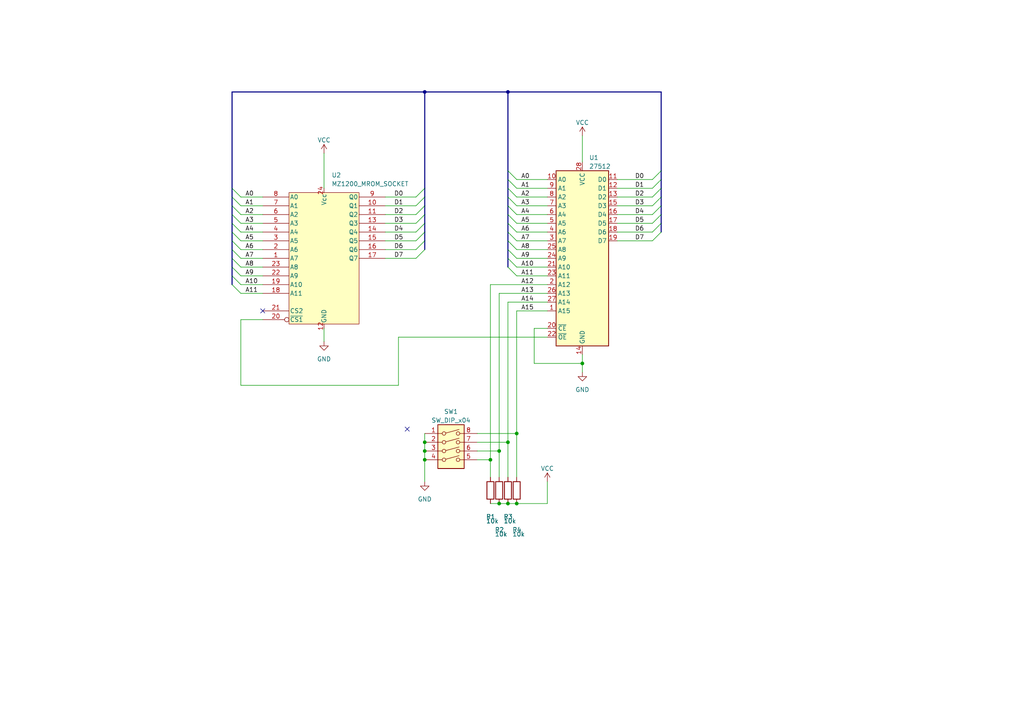
<source format=kicad_sch>
(kicad_sch (version 20231120) (generator "eeschema") (generator_version "8.0")
  (paper "A4")
  (title_block (title "27512 on 2332 socket adaptor") (date "2024-05-24") (rev "0.1") (company "Mercury-Nihombashi"))
  (lib_symbols
    (symbol "Device:R" (pin_numbers hide) (pin_names (offset 0))
      (property "Reference" "R" (at 2.032 0 90))
      (property "Value" "R" (at 0 0 90))
      (symbol "R_0_1"
        (rectangle (start -1.016 -2.54) (end 1.016 2.54) (stroke (width 0.254)))
      )
      (symbol "R_1_1"
        (pin passive line (at 0 3.81 270) (length 1.27) (name "~") (number "1"))
        (pin passive line (at 0 -3.81 90) (length 1.27) (name "~") (number "2"))
      )
    )
    (symbol "Kao_Library:PET_ROM_SOCKET" (pin_names (offset 0.254))
      (property "Reference" "U?" (at 0 22.8895 0))
      (property "Value" "PET_ROM_SOCKET" (at 0 20.1144 0))
      (symbol "PET_ROM_SOCKET_0_0"
        (pin power_out line (at 0 -20.32 90) (length 1.27) (name "GND") (number "12"))
        (pin power_out line (at 0 20.32 270) (length 1.27) (name "Vcc") (number "24"))
      )
      (symbol "PET_ROM_SOCKET_0_1"
        (rectangle (start -10.16 19.05) (end 10.16 -19.05) (fill (type background)))
      )
      (symbol "PET_ROM_SOCKET_1_1"
        (pin output line (at -17.78 0 0) (length 7.62) (name "A7") (number "1"))
        (pin input line (at 17.78 15.24 180) (length 7.62) (name "Q1") (number "10"))
        (pin input line (at 17.78 12.7 180) (length 7.62) (name "Q2") (number "11"))
        (pin input line (at 17.78 10.16 180) (length 7.62) (name "Q3") (number "13"))
        (pin input line (at 17.78 7.62 180) (length 7.62) (name "Q4") (number "14"))
        (pin input line (at 17.78 5.08 180) (length 7.62) (name "Q5") (number "15"))
        (pin input line (at 17.78 2.54 180) (length 7.62) (name "Q6") (number "16"))
        (pin input line (at 17.78 0 180) (length 7.62) (name "Q7") (number "17"))
        (pin output line (at -17.78 -10.16 0) (length 7.62) (name "A11") (number "18"))
        (pin output line (at -17.78 -7.62 0) (length 7.62) (name "A10") (number "19"))
        (pin output line (at -17.78 2.54 0) (length 7.62) (name "A6") (number "2"))
        (pin output inverted (at -17.78 -17.78 0) (length 7.62) (name "~{CS1}") (number "20"))
        (pin output line (at -17.78 -15.24 0) (length 7.62) (name "CS2") (number "21"))
        (pin output line (at -17.78 -5.08 0) (length 7.62) (name "A9") (number "22"))
        (pin output line (at -17.78 -2.54 0) (length 7.62) (name "A8") (number "23"))
        (pin output line (at -17.78 5.08 0) (length 7.62) (name "A5") (number "3"))
        (pin output line (at -17.78 7.62 0) (length 7.62) (name "A4") (number "4"))
        (pin output line (at -17.78 10.16 0) (length 7.62) (name "A3") (number "5"))
        (pin output line (at -17.78 12.7 0) (length 7.62) (name "A2") (number "6"))
        (pin output line (at -17.78 15.24 0) (length 7.62) (name "A1") (number "7"))
        (pin output line (at -17.78 17.78 0) (length 7.62) (name "A0") (number "8"))
        (pin input line (at 17.78 17.78 180) (length 7.62) (name "Q0") (number "9"))
      )
    )
    (symbol "Memory_EPROM:27C512"
      (property "Reference" "U" (at -7.62 26.67 0))
      (property "Value" "27C512" (at 2.54 -26.67 0))
      (symbol "27C512_1_1"
        (rectangle (start -7.62 25.4) (end 7.62 -25.4) (stroke (width 0.254)) (fill (type background)))
        (pin input line (at -10.16 -15.24 0) (length 2.54) (name "A15") (number "1"))
        (pin input line (at -10.16 22.86 0) (length 2.54) (name "A0") (number "10"))
        (pin tri_state line (at 10.16 22.86 180) (length 2.54) (name "D0") (number "11"))
        (pin tri_state line (at 10.16 20.32 180) (length 2.54) (name "D1") (number "12"))
        (pin tri_state line (at 10.16 17.78 180) (length 2.54) (name "D2") (number "13"))
        (pin power_in line (at 0 -27.94 90) (length 2.54) (name "GND") (number "14"))
        (pin tri_state line (at 10.16 15.24 180) (length 2.54) (name "D3") (number "15"))
        (pin tri_state line (at 10.16 12.7 180) (length 2.54) (name "D4") (number "16"))
        (pin tri_state line (at 10.16 10.16 180) (length 2.54) (name "D5") (number "17"))
        (pin tri_state line (at 10.16 7.62 180) (length 2.54) (name "D6") (number "18"))
        (pin tri_state line (at 10.16 5.08 180) (length 2.54) (name "D7") (number "19"))
        (pin input line (at -10.16 -7.62 0) (length 2.54) (name "A12") (number "2"))
        (pin input line (at -10.16 -20.32 0) (length 2.54) (name "~{CE}") (number "20"))
        (pin input line (at -10.16 -2.54 0) (length 2.54) (name "A10") (number "21"))
        (pin input line (at -10.16 -22.86 0) (length 2.54) (name "~{OE}") (number "22"))
        (pin input line (at -10.16 -5.08 0) (length 2.54) (name "A11") (number "23"))
        (pin input line (at -10.16 0 0) (length 2.54) (name "A9") (number "24"))
        (pin input line (at -10.16 2.54 0) (length 2.54) (name "A8") (number "25"))
        (pin input line (at -10.16 -10.16 0) (length 2.54) (name "A13") (number "26"))
        (pin input line (at -10.16 -12.7 0) (length 2.54) (name "A14") (number "27"))
        (pin power_in line (at 0 27.94 270) (length 2.54) (name "VCC") (number "28"))
        (pin input line (at -10.16 5.08 0) (length 2.54) (name "A7") (number "3"))
        (pin input line (at -10.16 7.62 0) (length 2.54) (name "A6") (number "4"))
        (pin input line (at -10.16 10.16 0) (length 2.54) (name "A5") (number "5"))
        (pin input line (at -10.16 12.7 0) (length 2.54) (name "A4") (number "6"))
        (pin input line (at -10.16 15.24 0) (length 2.54) (name "A3") (number "7"))
        (pin input line (at -10.16 17.78 0) (length 2.54) (name "A2") (number "8"))
        (pin input line (at -10.16 20.32 0) (length 2.54) (name "A1") (number "9"))
      )
    )
    (symbol "Switch:SW_DIP_x04" (pin_names (offset 0) hide)
      (property "Reference" "SW" (at 0 8.89 0))
      (property "Value" "SW_DIP_x04" (at 0 -6.35 0))
      (symbol "SW_DIP_x04_0_0"
        (circle (center -2.032 -2.54) (radius 0.508))
        (circle (center -2.032 0) (radius 0.508))
        (circle (center -2.032 2.54) (radius 0.508))
        (circle (center -2.032 5.08) (radius 0.508))
        (polyline (pts (xy -1.524 -2.3876) (xy 2.3622 -1.3462)))
        (polyline (pts (xy -1.524 0.127) (xy 2.3622 1.1684)))
        (polyline (pts (xy -1.524 2.667) (xy 2.3622 3.7084)))
        (polyline (pts (xy -1.524 5.207) (xy 2.3622 6.2484)))
        (circle (center 2.032 -2.54) (radius 0.508))
        (circle (center 2.032 0) (radius 0.508))
        (circle (center 2.032 2.54) (radius 0.508))
        (circle (center 2.032 5.08) (radius 0.508))
      )
      (symbol "SW_DIP_x04_0_1"
        (rectangle (start -3.81 7.62) (end 3.81 -5.08) (stroke (width 0.254)) (fill (type background)))
      )
      (symbol "SW_DIP_x04_1_1"
        (pin passive line (at -7.62 5.08 0) (length 5.08) (name "~") (number "1"))
        (pin passive line (at -7.62 2.54 0) (length 5.08) (name "~") (number "2"))
        (pin passive line (at -7.62 0 0) (length 5.08) (name "~") (number "3"))
        (pin passive line (at -7.62 -2.54 0) (length 5.08) (name "~") (number "4"))
        (pin passive line (at 7.62 -2.54 180) (length 5.08) (name "~") (number "5"))
        (pin passive line (at 7.62 0 180) (length 5.08) (name "~") (number "6"))
        (pin passive line (at 7.62 2.54 180) (length 5.08) (name "~") (number "7"))
        (pin passive line (at 7.62 5.08 180) (length 5.08) (name "~") (number "8"))
      )
    )
    (symbol "power:GND" (power) (pin_names (offset 0))
      (property "Value" "GND" (at 0 -3.81 0))
      (symbol "GND_0_1"
        (polyline (pts (xy 0 0) (xy 0 -1.27) (xy 1.27 -1.27) (xy 0 -2.54) (xy -1.27 -1.27) (xy 0 -1.27)))
      )
      (symbol "GND_1_1"
        (pin power_in line (at 0 0 270) (length 0) hide (name "GND") (number "1"))
      )
    )
    (symbol "power:VCC" (power) (pin_names (offset 0))
      (property "Value" "VCC" (at 0 3.81 0))
      (symbol "VCC_0_1"
        (polyline (pts (xy -0.762 1.27) (xy 0 2.54)))
        (polyline (pts (xy 0 0) (xy 0 2.54)))
        (polyline (pts (xy 0 2.54) (xy 0.762 1.27)))
      )
      (symbol "VCC_1_1"
        (pin power_in line (at 0 0 90) (length 0) hide (name "VCC") (number "1"))
      )
    )
  )
  (junction (at 149.86 146.05))
  (junction (at 147.32 26.67))
  (junction (at 123.19 26.67))
  (junction (at 142.24 133.35))
  (junction (at 123.19 130.81))
  (junction (at 144.78 146.05))
  (junction (at 147.32 146.05))
  (junction (at 147.32 128.27))
  (junction (at 168.91 105.41))
  (junction (at 149.86 125.73))
  (junction (at 123.19 133.35))
  (junction (at 123.19 128.27))
  (junction (at 144.78 130.81))
  (no_connect (at 118.11 124.46))
  (no_connect (at 76.2 90.17))
  (bus_entry (at 189.23 62.23) (size 2.54 -2.54))
  (bus_entry (at 69.85 72.39) (size -2.54 -2.54))
  (bus_entry (at 120.65 62.23) (size 2.54 -2.54))
  (bus_entry (at 120.65 64.77) (size 2.54 -2.54))
  (bus_entry (at 189.23 54.61) (size 2.54 -2.54))
  (bus_entry (at 69.85 64.77) (size -2.54 -2.54))
  (bus_entry (at 69.85 77.47) (size -2.54 -2.54))
  (bus_entry (at 149.86 59.69) (size -2.54 -2.54))
  (bus_entry (at 149.86 80.01) (size -2.54 -2.54))
  (bus_entry (at 69.85 59.69) (size -2.54 -2.54))
  (bus_entry (at 69.85 82.55) (size -2.54 -2.54))
  (bus_entry (at 120.65 67.31) (size 2.54 -2.54))
  (bus_entry (at 149.86 62.23) (size -2.54 -2.54))
  (bus_entry (at 149.86 52.07) (size -2.54 -2.54))
  (bus_entry (at 189.23 69.85) (size 2.54 -2.54))
  (bus_entry (at 189.23 67.31) (size 2.54 -2.54))
  (bus_entry (at 149.86 72.39) (size -2.54 -2.54))
  (bus_entry (at 120.65 59.69) (size 2.54 -2.54))
  (bus_entry (at 69.85 69.85) (size -2.54 -2.54))
  (bus_entry (at 120.65 57.15) (size 2.54 -2.54))
  (bus_entry (at 149.86 57.15) (size -2.54 -2.54))
  (bus_entry (at 120.65 72.39) (size 2.54 -2.54))
  (bus_entry (at 69.85 85.09) (size -2.54 -2.54))
  (bus_entry (at 149.86 54.61) (size -2.54 -2.54))
  (bus_entry (at 189.23 57.15) (size 2.54 -2.54))
  (bus_entry (at 189.23 64.77) (size 2.54 -2.54))
  (bus_entry (at 69.85 57.15) (size -2.54 -2.54))
  (bus_entry (at 189.23 52.07) (size 2.54 -2.54))
  (bus_entry (at 120.65 74.93) (size 2.54 -2.54))
  (bus_entry (at 149.86 74.93) (size -2.54 -2.54))
  (bus_entry (at 69.85 80.01) (size -2.54 -2.54))
  (bus_entry (at 189.23 59.69) (size 2.54 -2.54))
  (bus_entry (at 69.85 74.93) (size -2.54 -2.54))
  (bus_entry (at 149.86 69.85) (size -2.54 -2.54))
  (bus_entry (at 69.85 62.23) (size -2.54 -2.54))
  (bus_entry (at 120.65 69.85) (size 2.54 -2.54))
  (bus_entry (at 149.86 67.31) (size -2.54 -2.54))
  (bus_entry (at 149.86 77.47) (size -2.54 -2.54))
  (bus_entry (at 149.86 64.77) (size -2.54 -2.54))
  (bus_entry (at 69.85 67.31) (size -2.54 -2.54))
  (wire (pts (xy 69.85 62.23) (xy 76.2 62.23)))
  (wire (pts (xy 149.86 146.05) (xy 158.75 146.05)))
  (wire (pts (xy 123.19 128.27) (xy 123.19 130.81)))
  (wire (pts (xy 142.24 82.55) (xy 158.75 82.55)))
  (bus (pts (xy 67.31 57.15) (xy 67.31 59.69)))
  (bus (pts (xy 67.31 59.69) (xy 67.31 62.23)))
  (bus (pts (xy 67.31 67.31) (xy 67.31 69.85)))
  (bus (pts (xy 67.31 64.77) (xy 67.31 67.31)))
  (wire (pts (xy 115.57 97.79) (xy 158.75 97.79)))
  (wire (pts (xy 111.76 74.93) (xy 120.65 74.93)))
  (bus (pts (xy 191.77 62.23) (xy 191.77 59.69)))
  (wire (pts (xy 168.91 102.87) (xy 168.91 105.41)))
  (wire (pts (xy 69.85 77.47) (xy 76.2 77.47)))
  (bus (pts (xy 123.19 64.77) (xy 123.19 62.23)))
  (bus (pts (xy 67.31 62.23) (xy 67.31 64.77)))
  (wire (pts (xy 149.86 90.17) (xy 158.75 90.17)))
  (bus (pts (xy 147.32 49.53) (xy 147.32 52.07)))
  (wire (pts (xy 142.24 82.55) (xy 142.24 133.35)))
  (wire (pts (xy 111.76 59.69) (xy 120.65 59.69)))
  (bus (pts (xy 67.31 26.67) (xy 123.19 26.67)))
  (bus (pts (xy 147.32 64.77) (xy 147.32 67.31)))
  (bus (pts (xy 147.32 67.31) (xy 147.32 69.85)))
  (wire (pts (xy 179.07 52.07) (xy 189.23 52.07)))
  (bus (pts (xy 67.31 72.39) (xy 67.31 74.93)))
  (wire (pts (xy 147.32 146.05) (xy 149.86 146.05)))
  (wire (pts (xy 149.86 90.17) (xy 149.86 125.73)))
  (wire (pts (xy 149.86 67.31) (xy 158.75 67.31)))
  (bus (pts (xy 147.32 57.15) (xy 147.32 59.69)))
  (wire (pts (xy 147.32 87.63) (xy 147.32 128.27)))
  (bus (pts (xy 191.77 59.69) (xy 191.77 57.15)))
  (bus (pts (xy 123.19 69.85) (xy 123.19 67.31)))
  (wire (pts (xy 168.91 39.37) (xy 168.91 46.99)))
  (bus (pts (xy 191.77 52.07) (xy 191.77 49.53)))
  (wire (pts (xy 123.19 133.35) (xy 123.19 139.7)))
  (wire (pts (xy 149.86 64.77) (xy 158.75 64.77)))
  (bus (pts (xy 67.31 69.85) (xy 67.31 72.39)))
  (wire (pts (xy 111.76 57.15) (xy 120.65 57.15)))
  (bus (pts (xy 191.77 67.31) (xy 191.77 64.77)))
  (bus (pts (xy 147.32 52.07) (xy 147.32 54.61)))
  (wire (pts (xy 144.78 146.05) (xy 147.32 146.05)))
  (wire (pts (xy 179.07 59.69) (xy 189.23 59.69)))
  (wire (pts (xy 93.98 95.25) (xy 93.98 99.06)))
  (bus (pts (xy 123.19 26.67) (xy 147.32 26.67)))
  (wire (pts (xy 111.76 62.23) (xy 120.65 62.23)))
  (wire (pts (xy 138.43 128.27) (xy 147.32 128.27)))
  (wire (pts (xy 111.76 64.77) (xy 120.65 64.77)))
  (wire (pts (xy 144.78 85.09) (xy 158.75 85.09)))
  (wire (pts (xy 154.94 105.41) (xy 168.91 105.41)))
  (wire (pts (xy 147.32 128.27) (xy 147.32 138.43)))
  (wire (pts (xy 69.85 85.09) (xy 76.2 85.09)))
  (bus (pts (xy 67.31 26.67) (xy 67.31 54.61)))
  (wire (pts (xy 69.85 72.39) (xy 76.2 72.39)))
  (wire (pts (xy 69.85 80.01) (xy 76.2 80.01)))
  (wire (pts (xy 138.43 133.35) (xy 142.24 133.35)))
  (wire (pts (xy 69.85 92.71) (xy 76.2 92.71)))
  (wire (pts (xy 144.78 130.81) (xy 144.78 138.43)))
  (wire (pts (xy 149.86 80.01) (xy 158.75 80.01)))
  (wire (pts (xy 142.24 146.05) (xy 144.78 146.05)))
  (wire (pts (xy 149.86 62.23) (xy 158.75 62.23)))
  (bus (pts (xy 123.19 54.61) (xy 123.19 26.67)))
  (bus (pts (xy 147.32 62.23) (xy 147.32 64.77)))
  (wire (pts (xy 69.85 57.15) (xy 76.2 57.15)))
  (wire (pts (xy 144.78 85.09) (xy 144.78 130.81)))
  (wire (pts (xy 138.43 130.81) (xy 144.78 130.81)))
  (bus (pts (xy 147.32 74.93) (xy 147.32 77.47)))
  (bus (pts (xy 147.32 54.61) (xy 147.32 57.15)))
  (bus (pts (xy 123.19 72.39) (xy 123.19 69.85)))
  (wire (pts (xy 69.85 69.85) (xy 76.2 69.85)))
  (wire (pts (xy 149.86 52.07) (xy 158.75 52.07)))
  (wire (pts (xy 123.19 130.81) (xy 123.19 133.35)))
  (wire (pts (xy 69.85 59.69) (xy 76.2 59.69)))
  (wire (pts (xy 149.86 69.85) (xy 158.75 69.85)))
  (wire (pts (xy 158.75 95.25) (xy 154.94 95.25)))
  (wire (pts (xy 138.43 125.73) (xy 149.86 125.73)))
  (wire (pts (xy 149.86 59.69) (xy 158.75 59.69)))
  (wire (pts (xy 149.86 125.73) (xy 149.86 138.43)))
  (bus (pts (xy 191.77 26.67) (xy 147.32 26.67)))
  (wire (pts (xy 179.07 69.85) (xy 189.23 69.85)))
  (wire (pts (xy 69.85 67.31) (xy 76.2 67.31)))
  (wire (pts (xy 149.86 54.61) (xy 158.75 54.61)))
  (bus (pts (xy 147.32 72.39) (xy 147.32 74.93)))
  (bus (pts (xy 147.32 59.69) (xy 147.32 62.23)))
  (wire (pts (xy 111.76 72.39) (xy 120.65 72.39)))
  (wire (pts (xy 115.57 97.79) (xy 115.57 111.76)))
  (wire (pts (xy 154.94 95.25) (xy 154.94 105.41)))
  (wire (pts (xy 149.86 74.93) (xy 158.75 74.93)))
  (wire (pts (xy 149.86 57.15) (xy 158.75 57.15)))
  (wire (pts (xy 69.85 111.76) (xy 115.57 111.76)))
  (bus (pts (xy 123.19 57.15) (xy 123.19 54.61)))
  (bus (pts (xy 191.77 54.61) (xy 191.77 52.07)))
  (wire (pts (xy 149.86 72.39) (xy 158.75 72.39)))
  (wire (pts (xy 69.85 92.71) (xy 69.85 111.76)))
  (bus (pts (xy 191.77 49.53) (xy 191.77 26.67)))
  (wire (pts (xy 168.91 105.41) (xy 168.91 107.95)))
  (wire (pts (xy 179.07 57.15) (xy 189.23 57.15)))
  (bus (pts (xy 67.31 80.01) (xy 67.31 82.55)))
  (bus (pts (xy 123.19 62.23) (xy 123.19 59.69)))
  (wire (pts (xy 69.85 74.93) (xy 76.2 74.93)))
  (wire (pts (xy 123.19 125.73) (xy 123.19 128.27)))
  (wire (pts (xy 179.07 54.61) (xy 189.23 54.61)))
  (wire (pts (xy 111.76 69.85) (xy 120.65 69.85)))
  (wire (pts (xy 149.86 77.47) (xy 158.75 77.47)))
  (bus (pts (xy 191.77 57.15) (xy 191.77 54.61)))
  (wire (pts (xy 179.07 67.31) (xy 189.23 67.31)))
  (bus (pts (xy 147.32 69.85) (xy 147.32 72.39)))
  (bus (pts (xy 67.31 74.93) (xy 67.31 77.47)))
  (wire (pts (xy 147.32 87.63) (xy 158.75 87.63)))
  (wire (pts (xy 93.98 44.45) (xy 93.98 54.61)))
  (wire (pts (xy 142.24 133.35) (xy 142.24 138.43)))
  (wire (pts (xy 158.75 139.7) (xy 158.75 146.05)))
  (wire (pts (xy 69.85 64.77) (xy 76.2 64.77)))
  (wire (pts (xy 69.85 82.55) (xy 76.2 82.55)))
  (bus (pts (xy 67.31 54.61) (xy 67.31 57.15)))
  (wire (pts (xy 111.76 67.31) (xy 120.65 67.31)))
  (wire (pts (xy 179.07 62.23) (xy 189.23 62.23)))
  (bus (pts (xy 123.19 59.69) (xy 123.19 57.15)))
  (bus (pts (xy 191.77 64.77) (xy 191.77 62.23)))
  (bus (pts (xy 123.19 67.31) (xy 123.19 64.77)))
  (wire (pts (xy 179.07 64.77) (xy 189.23 64.77)))
  (bus (pts (xy 147.32 26.67) (xy 147.32 49.53)))
  (bus (pts (xy 67.31 77.47) (xy 67.31 80.01)))
  (label "A3" (at 71.12 64.77 0))
  (label "A13" (at 151.13 85.09 0))
  (label "D2" (at 184.15 57.15 0))
  (label "A9" (at 71.12 80.01 0))
  (label "A11" (at 71.12 85.09 0))
  (label "A0" (at 151.13 52.07 0))
  (label "D5" (at 184.15 64.77 0))
  (label "A12" (at 151.13 82.55 0))
  (label "A9" (at 151.13 74.93 0))
  (label "D5" (at 114.3 69.85 0))
  (label "A11" (at 151.13 80.01 0))
  (label "A8" (at 151.13 72.39 0))
  (label "D1" (at 114.3 59.69 0))
  (label "A7" (at 71.12 74.93 0))
  (label "D4" (at 114.3 67.31 0))
  (label "D1" (at 184.15 54.61 0))
  (label "D4" (at 184.15 62.23 0))
  (label "A5" (at 151.13 64.77 0))
  (label "A2" (at 151.13 57.15 0))
  (label "D7" (at 184.15 69.85 0))
  (label "A10" (at 151.13 77.47 0))
  (label "D0" (at 114.3 57.15 0))
  (label "A5" (at 71.12 69.85 0))
  (label "A8" (at 71.12 77.47 0))
  (label "D3" (at 184.15 59.69 0))
  (label "A4" (at 151.13 62.23 0))
  (label "A0" (at 71.12 57.15 0))
  (label "A14" (at 151.13 87.63 0))
  (label "A7" (at 151.13 69.85 0))
  (label "A15" (at 151.13 90.17 0))
  (label "A4" (at 71.12 67.31 0))
  (label "A3" (at 151.13 59.69 0))
  (label "D6" (at 114.3 72.39 0))
  (label "D3" (at 114.3 64.77 0))
  (label "A2" (at 71.12 62.23 0))
  (label "A6" (at 151.13 67.31 0))
  (label "A6" (at 71.12 72.39 0))
  (label "D2" (at 114.3 62.23 0))
  (label "A1" (at 151.13 54.61 0))
  (label "A10" (at 71.12 82.55 0))
  (label "A1" (at 71.12 59.69 0))
  (label "D6" (at 184.15 67.31 0))
  (label "D0" (at 184.15 52.07 0))
  (label "D7" (at 114.3 74.93 0))
  (symbol (lib_id "power:GND") (at 93.98 99.06 0) (unit 1)
    (property "Reference" "#PWR04" (effects (hide yes)))
    (property "Value" "GND" (at 93.98 104.14 0))
  )
  (symbol (lib_id "Memory_EPROM:27C512") (at 168.91 74.93 0) (unit 1)
    (property "Reference" "U1" (at 170.8659 45.72 0) (effects (justify left)))
    (property "Value" "27512" (at 170.8659 48.26 0) (effects (justify left)))
    (property "Footprint" "Package_DIP:DIP-28_W15.24mm_Socket_LongPads" (effects (hide yes)))
    (property "Datasheet" "http://ww1.microchip.com/downloads/en/DeviceDoc/doc0015.pdf" (effects (hide yes)))
  )
  (symbol (lib_id "Device:R") (at 144.78 142.24 0) (unit 1)
    (property "Reference" "R2" (at 143.51 153.67 0) (effects (justify left)))
    (property "Value" "10k" (at 143.51 154.94 0) (effects (justify left)))
    (property "Footprint" "Resistor_THT:R_Axial_DIN0207_L6.3mm_D2.5mm_P7.62mm_Horizontal" (effects (hide yes)))
  )
  (symbol (lib_id "power:GND") (at 123.19 139.7 0) (unit 1)
    (property "Reference" "#PWR06" (effects (hide yes)))
    (property "Value" "GND" (at 123.19 144.78 0))
  )
  (symbol (lib_id "Kao_Library:PET_ROM_SOCKET") (at 93.98 74.93 0) (unit 1)
    (property "Reference" "U2" (at 96.1741 50.8 0) (effects (justify left)))
    (property "Value" "MZ1200_MROM_SOCKET" (at 96.1741 53.34 0) (effects (justify left)))
    (property "Footprint" "Package_DIP:DIP-24_W15.24mm_Socket_LongPads" (effects (hide yes)))
  )
  (symbol (lib_id "Device:R") (at 142.24 142.24 0) (unit 1)
    (property "Reference" "R1" (at 140.97 149.86 0) (effects (justify left)))
    (property "Value" "10k" (at 140.97 151.13 0) (effects (justify left)))
    (property "Footprint" "Resistor_THT:R_Axial_DIN0207_L6.3mm_D2.5mm_P7.62mm_Horizontal" (effects (hide yes)))
  )
  (symbol (lib_id "power:VCC") (at 158.75 139.7 0) (unit 1)
    (property "Reference" "#PWR08" (effects (hide yes)))
    (property "Value" "VCC" (at 158.75 135.89 0))
  )
  (symbol (lib_id "Device:R") (at 147.32 142.24 0) (unit 1)
    (property "Reference" "R3" (at 146.05 149.86 0) (effects (justify left)))
    (property "Value" "10k" (at 146.05 151.13 0) (effects (justify left)))
    (property "Footprint" "Resistor_THT:R_Axial_DIN0207_L6.3mm_D2.5mm_P7.62mm_Horizontal" (effects (hide yes)))
  )
  (symbol (lib_id "power:GND") (at 168.91 107.95 0) (unit 1)
    (property "Reference" "#PWR05" (effects (hide yes)))
    (property "Value" "GND" (at 168.91 113.03 0))
  )
  (symbol (lib_id "Switch:SW_DIP_x04") (at 130.81 130.81 0) (unit 1)
    (property "Reference" "SW1" (at 130.81 119.38 0))
    (property "Value" "SW_DIP_x04" (at 130.81 121.92 0))
    (property "Footprint" "Package_DIP:DIP-8_W7.62mm_Socket_LongPads" (effects (hide yes)))
  )
  (symbol (lib_id "Device:R") (at 149.86 142.24 0) (unit 1)
    (property "Reference" "R4" (at 148.59 153.67 0) (effects (justify left)))
    (property "Value" "10k" (at 148.59 154.94 0) (effects (justify left)))
    (property "Footprint" "Resistor_THT:R_Axial_DIN0207_L6.3mm_D2.5mm_P7.62mm_Horizontal" (effects (hide yes)))
  )
  (symbol (lib_id "power:VCC") (at 93.98 44.45 0) (unit 1)
    (property "Reference" "#PWR01" (effects (hide yes)))
    (property "Value" "VCC" (at 93.98 40.64 0))
  )
  (symbol (lib_id "power:VCC") (at 168.91 39.37 0) (unit 1)
    (property "Reference" "#PWR02" (effects (hide yes)))
    (property "Value" "VCC" (at 168.91 35.56 0))
  )
)
</source>
